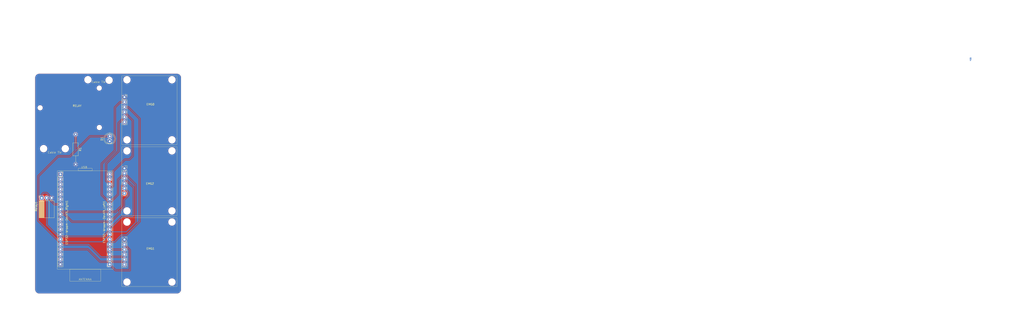
<source format=kicad_pcb>
(kicad_pcb (version 20241229) (generator "pcbnew") (generator_version "9.0")
  (layers (0 "F.Cu" signal) (2 "B.Cu" signal) (13 "F.Paste" user) (15 "B.Paste" user) (5 "F.SilkS" user "F.Silkscreen") (7 "B.SilkS" user "B.Silkscreen") (1 "F.Mask" user) (3 "B.Mask" user) (25 "Edge.Cuts" user))
  (net 0 "")
  (net 1 "/32")
  (net 2 "/3.3V")
  (net 3 "/D3")
  (net 4 "/VP")
  (net 5 "/D2")
  (net 7 "/RX")
  (net 8 "/TX")
  (net 10 "/VN")
  (net 11 "/25")
  (net 12 "/CMS")
  (net 13 "/12")
  (net 14 "/13")
  (net 15 "/24")
  (net 16 "/5V")
  (net 17 "/35")
  (net 18 "/26")
  (net 19 "/27")
  (net 20 "/34")
  (net 21 "/EN")
  (net 22 "/33")
  (net 23 "/16")
  (net 24 "/2")
  (net 25 "/19")
  (net 26 "/5")
  (net 27 "/23")
  (net 28 "/21")
  (net 29 "/CLK")
  (net 30 "/22")
  (net 31 "/D0")
  (net 32 "/D1")
  (net 33 "/17")
  (net 34 "/15")
  (net 35 "/4")
  (net 36 "/18")
  (net 37 "/0")
  (net 38 "GND")
  (footprint "MountingHole:MountingHole_2.2mm_M2" (layer "F.Cu") (at 108 57.75)
    (property "Reference" "REF**" (hide yes))
    (property "Value" "MountingHole_2.2mm_M2")
    (pad "" np_thru_hole circle (at 0 0) (size 2.2 2.2) (drill 2.2) (layers "*.Cu" "*.Mask"))
  )
  (footprint "MountingHole:MountingHole_3mm" (layer "F.Cu") (at 144.924751 84.00652)
    (property "Reference" "REF**" (hide yes))
    (property "Value" "MountHole_3.3mm")
    (pad "" np_thru_hole circle (at 0 0) (size 3.302 3.302) (drill 3.302) (layers "*.Cu" "*.Mask"))
  )
  (footprint "" (layer "F.Cu") (at 113 53.75)
    (property "Reference" "" (at 0 0 0) (layer "F.SilkS") (effects (font (size 1.27 1.27))))
    (property "Value" "")
    (pad "" np_thru_hole circle (at 0 0) (size 3.302 3.302) (drill 3.302) (layers "*.Cu" "*.Mask"))
  )
  (footprint "MountingHole:MountingHole_2.2mm_M2" (layer "F.Cu") (at 78 67.749999)
    (property "Reference" "RELAY" (at 18.75 -0.999999 0) (layer "F.SilkS"))
    (property "Value" "MountingHole_2.2mm_M2")
    (pad "" np_thru_hole circle (at 0 0) (size 2.2 2.2) (drill 2.2) (layers "*.Cu" "*.Mask"))
  )
  (footprint "MountingHole:MountingHole_3mm" (layer "F.Cu") (at 144.924751 120.09652)
    (property "Reference" "REF**" (hide yes))
    (property "Value" "MountHole_3.3mm")
    (pad "" np_thru_hole circle (at 0 0) (size 3.302 3.302) (drill 3.302) (layers "*.Cu" "*.Mask"))
  )
  (footprint "MountingHole:MountingHole_3mm" (layer "F.Cu") (at 144.924751 89.61652)
    (property "Reference" "REF**" (hide yes))
    (property "Value" "MountHole_3.3mm")
    (pad "" np_thru_hole circle (at 0 0) (size 3.302 3.302) (drill 3.302) (layers "*.Cu" "*.Mask"))
  )
  (footprint "MountingHole:MountingHole_3mm" (layer "F.Cu") (at 144.924751 53.52652)
    (property "Reference" "REF**" (hide yes))
    (property "Value" "MountHole_3.3mm")
    (pad "" np_thru_hole circle (at 0 0) (size 3.302 3.302) (drill 3.302) (layers "*.Cu" "*.Mask"))
  )
  (footprint "MountingHole:MountingHole_3mm" (layer "F.Cu") (at 122.064751 156.23652)
    (property "Reference" "REF**" (hide yes))
    (property "Value" "MountHole_3.3mm")
    (pad "" np_thru_hole circle (at 0 0) (size 3.302 3.302) (drill 3.302) (layers "*.Cu" "*.Mask"))
  )
  (footprint "MountingHole:MountingHole_3mm" (layer "F.Cu") (at 122.064751 53.52652)
    (property "Reference" "REF**" (hide yes))
    (property "Value" "MountHole_3.3mm")
    (pad "" np_thru_hole circle (at 0 0) (size 3.302 3.302) (drill 3.302) (layers "*.Cu" "*.Mask"))
  )
  (footprint "MountingHole:MountingHole_3mm" (layer "F.Cu") (at 144.924751 125.75652)
    (property "Reference" "REF**" (hide yes))
    (property "Value" "MountHole_3.3mm")
    (pad "" np_thru_hole circle (at 0 0) (size 3.302 3.302) (drill 3.302) (layers "*.Cu" "*.Mask"))
  )
  (footprint "Connector_PinSocket_2.54mm:PinSocket_1x19_P2.54mm_Vertical" (layer "F.Cu") (at 88.294751 101.51652)
    (property "Reference" "ESP32-Wroom-DevKit_Right1" (at 3.205249 24.48348 270) (layer "F.SilkS"))
    (property "Value" "Conn_01x19_Socket")
    (fp_line (start -1.33 1.27) (end -1.33 47.05) (stroke (width 0.12)) (layer "F.SilkS"))
    (fp_line (start -1.33 1.27) (end 1.33 1.27) (stroke (width 0.12)) (layer "F.SilkS"))
    (fp_line (start -1.33 47.05) (end 1.33 47.05) (stroke (width 0.12)) (layer "F.SilkS"))
    (fp_line (start 0 -1.33) (end 1.33 -1.33) (stroke (width 0.12)) (layer "F.SilkS"))
    (fp_line (start 1.33 -1.33) (end 1.33 0) (stroke (width 0.12)) (layer "F.SilkS"))
    (fp_line (start 1.33 1.27) (end 1.33 47.05) (stroke (width 0.12)) (layer "F.SilkS"))
    (pad "1" thru_hole rect (at 0 0) (size 1.7 1.7) (drill 1) (layers "*.Cu" "*.Mask") (net 29 "/CLK"))
    (pad "2" thru_hole oval (at 0 2.54) (size 1.7 1.7) (drill 1) (layers "*.Cu" "*.Mask") (net 31 "/D0"))
    (pad "3" thru_hole oval (at 0 5.08) (size 1.7 1.7) (drill 1) (layers "*.Cu" "*.Mask") (net 32 "/D1"))
    (pad "4" thru_hole oval (at 0 7.62) (size 1.7 1.7) (drill 1) (layers "*.Cu" "*.Mask") (net 34 "/15"))
    (pad "5" thru_hole oval (at 0 10.16) (size 1.7 1.7) (drill 1) (layers "*.Cu" "*.Mask") (net 24 "/2"))
    (pad "6" thru_hole oval (at 0 12.7) (size 1.7 1.7) (drill 1) (layers "*.Cu" "*.Mask") (net 37 "/0"))
    (pad "7" thru_hole oval (at 0 15.24) (size 1.7 1.7) (drill 1) (layers "*.Cu" "*.Mask") (net 35 "/4"))
    (pad "8" thru_hole oval (at 0 17.78) (size 1.7 1.7) (drill 1) (layers "*.Cu" "*.Mask") (net 23 "/16"))
    (pad "9" thru_hole oval (at 0 20.32) (size 1.7 1.7) (drill 1) (layers "*.Cu" "*.Mask") (net 33 "/17"))
    (pad "10" thru_hole oval (at 0 22.86) (size 1.7 1.7) (drill 1) (layers "*.Cu" "*.Mask") (net 26 "/5"))
    (pad "11" thru_hole oval (at 0 25.4) (size 1.7 1.7) (drill 1) (layers "*.Cu" "*.Mask") (net 36 "/18"))
    (pad "12" thru_hole oval (at 0 27.94) (size 1.7 1.7) (drill 1) (layers "*.Cu" "*.Mask") (net 25 "/19"))
    (pad "13" thru_hole oval (at 0 30.48) (size 1.7 1.7) (drill 1) (layers "*.Cu" "*.Mask") (net 38 "GND"))
    (pad "14" thru_hole oval (at 0 33.02) (size 1.7 1.7) (drill 1) (layers "*.Cu" "*.Mask") (net 28 "/21"))
    (pad "15" thru_hole oval (at 0 35.56) (size 1.7 1.7) (drill 1) (layers "*.Cu" "*.Mask") (net 7 "/RX"))
    (pad "16" thru_hole oval (at 0 38.1) (size 1.7 1.7) (drill 1) (layers "*.Cu" "*.Mask") (net 8 "/TX"))
    (pad "17" thru_hole oval (at 0 40.64) (size 1.7 1.7) (drill 1) (layers "*.Cu" "*.Mask") (net 30 "/22"))
    (pad "18" thru_hole oval (at 0 43.18) (size 1.7 1.7) (drill 1) (layers "*.Cu" "*.Mask") (net 27 "/23"))
    (pad "19" thru_hole oval (at 0 45.72) (size 1.7 1.7) (drill 1) (layers "*.Cu" "*.Mask") (net 38 "GND"))
  )
  (footprint "MountingHole:MountingHole_3mm" (layer "F.Cu") (at 122.064751 84.00652)
    (property "Reference" "REF**" (hide yes))
    (property "Value" "MountHole_3.3mm")
    (pad "" np_thru_hole circle (at 0 0) (size 3.302 3.302) (drill 3.302) (layers "*.Cu" "*.Mask"))
  )
  (footprint "" (layer "F.Cu") (at 102.25 53.5)
    (property "Reference" "" (at 0 0 0) (layer "F.SilkS") (effects (font (size 1.27 1.27))))
    (property "Value" "")
    (pad "" np_thru_hole circle (at 0 0) (size 3.302 3.302) (drill 3.302) (layers "*.Cu" "*.Mask"))
  )
  (footprint "Connector_PinSocket_2.54mm:PinSocket_1x06_P2.54mm_Vertical" (layer "F.Cu") (at 120.794751 62.34732)
    (property "Reference" "EMG0" (at 13.205249 3.65268 0) (layer "F.SilkS"))
    (property "Value" "Conn_01x06_Socket" (hide yes))
    (fp_line (start -1.33 1.27) (end -1.33 14.03) (stroke (width 0.12)) (layer "F.SilkS"))
    (fp_line (start -1.33 1.27) (end 1.33 1.27) (stroke (width 0.12)) (layer "F.SilkS"))
    (fp_line (start -1.33 14.03) (end 1.33 14.03) (stroke (width 0.12)) (layer "F.SilkS"))
    (fp_line (start 0 -1.33) (end 1.33 -1.33) (stroke (width 0.12)) (layer "F.SilkS"))
    (fp_line (start 1.33 -1.33) (end 1.33 0) (stroke (width 0.12)) (layer "F.SilkS"))
    (fp_line (start 1.33 1.27) (end 1.33 14.03) (stroke (width 0.12)) (layer "F.SilkS"))
    (pad "1" thru_hole rect (at 0 0) (size 1.7 1.7) (drill 1) (layers "*.Cu" "*.Mask") (net 38 "GND"))
    (pad "2" thru_hole oval (at 0 2.54) (size 1.7 1.7) (drill 1) (layers "*.Cu" "*.Mask") (net 2 "/3.3V"))
    (pad "3" thru_hole oval (at 0 5.08) (size 1.7 1.7) (drill 1) (layers "*.Cu" "*.Mask") (net 4 "/VP"))
    (pad "4" thru_hole oval (at 0 7.62) (size 1.7 1.7) (drill 1) (layers "*.Cu" "*.Mask") (net 5 "/D2"))
    (pad "5" thru_hole oval (at 0 10.16) (size 1.7 1.7) (drill 1) (layers "*.Cu" "*.Mask") (net 3 "/D3"))
    (pad "6" thru_hole oval (at 0 12.7) (size 1.7 1.7) (drill 1) (layers "*.Cu" "*.Mask"))
  )
  (footprint "Resistor_THT:R_Axial_DIN0207_L6.3mm_D2.5mm_P15.24mm_Horizontal" (layer "F.Cu") (at 96 81.25 -90)
    (property "Reference" "R1" (at 7.62 -2.37 90) (layer "F.SilkS"))
    (property "Value" "R")
    (fp_line (start 4.35 1.37) (end 10.89 1.37) (stroke (width 0.12)) (layer "F.SilkS"))
    (fp_line (start 10.89 1.37) (end 10.89 -1.37) (stroke (width 0.12)) (layer "F.SilkS"))
    (fp_line (start 1.04 0) (end 4.35 0) (stroke (width 0.12)) (layer "F.SilkS"))
    (fp_line (start 14.2 0) (end 10.89 0) (stroke (width 0.12)) (layer "F.SilkS"))
    (fp_line (start 4.35 -1.37) (end 4.35 1.37) (stroke (width 0.12)) (layer "F.SilkS"))
    (fp_line (start 10.89 -1.37) (end 4.35 -1.37) (stroke (width 0.12)) (layer "F.SilkS"))
    (pad "1" thru_hole circle (at 0 0 270) (size 1.6 1.6) (drill 0.8) (layers "*.Cu" "*.Mask") (net 1 "/32"))
    (pad "2" thru_hole oval (at 15.24 0 270) (size 1.6 1.6) (drill 0.8) (layers "*.Cu" "*.Mask") (net 38 "GND"))
  )
  (footprint "MountingHole:MountingHole_2.2mm_M2" (layer "F.Cu") (at 108.044751 77.75652)
    (property "Reference" "REF**" (hide yes))
    (property "Value" "MountingHole_2.2mm_M2")
    (pad "" np_thru_hole circle (at 0 0) (size 2.2 2.2) (drill 2.2) (layers "*.Cu" "*.Mask"))
  )
  (footprint "Connector_PinSocket_2.54mm:PinSocket_1x03_P2.54mm_Horizontal" (layer "F.Cu") (at 78.75 113.5 90)
    (property "Reference" "Relay1" (at -4.38 -2.77 90) (layer "F.SilkS"))
    (property "Value" "Conn_01x03_Pin")
    (fp_line (start 1.11 -1.33) (end 1.11 0) (stroke (width 0.12)) (layer "F.SilkS"))
    (fp_line (start 0 -1.33) (end 1.11 -1.33) (stroke (width 0.12)) (layer "F.SilkS"))
    (fp_line (start -1.46 -1.33) (end -1.46 6.41) (stroke (width 0.12)) (layer "F.SilkS"))
    (fp_line (start -10.09 -1.33) (end -1.46 -1.33) (stroke (width 0.12)) (layer "F.SilkS"))
    (fp_line (start -10.09 -1.33) (end -10.09 6.41) (stroke (width 0.12)) (layer "F.SilkS"))
    (fp_line (start -10.09 -1.21) (end -1.46 -1.21) (stroke (width 0.12)) (layer "F.SilkS"))
    (fp_line (start -10.09 -1.091905) (end -1.46 -1.091905) (stroke (width 0.12)) (layer "F.SilkS"))
    (fp_line (start -10.09 -0.97381) (end -1.46 -0.97381) (stroke (width 0.12)) (layer "F.SilkS"))
    (fp_line (start -10.09 -0.855715) (end -1.46 -0.855715) (stroke (width 0.12)) (layer "F.SilkS"))
    (fp_line (start -10.09 -0.73762) (end -1.46 -0.73762) (stroke (width 0.12)) (layer "F.SilkS"))
    (fp_line (start -10.09 -0.619525) (end -1.46 -0.619525) (stroke (width 0.12)) (layer "F.SilkS"))
    (fp_line (start -10.09 -0.50143) (end -1.46 -0.50143) (stroke (width 0.12)) (layer "F.SilkS"))
    (fp_line (start -10.09 -0.383335) (end -1.46 -0.383335) (stroke (width 0.12)) (layer "F.SilkS"))
    (fp_line (start -1.46 -0.36) (end -1.11 -0.36) (stroke (width 0.12)) (layer "F.SilkS"))
    (fp_line (start -10.09 -0.26524) (end -1.46 -0.26524) (stroke (width 0.12)) (layer "F.SilkS"))
    (fp_line (start -10.09 -0.147145) (end -1.46 -0.147145) (stroke (width 0.12)) (layer "F.SilkS"))
    (fp_line (start -10.09 -0.02905) (end -1.46 -0.02905) (stroke (width 0.12)) (layer "F.SilkS"))
    (fp_line (start -10.09 0.089045) (end -1.46 0.089045) (stroke (width 0.12)) (layer "F.SilkS"))
    (fp_line (start -10.09 0.20714) (end -1.46 0.20714) (stroke (width 0.12)) (layer "F.SilkS"))
    (fp_line (start -10.09 0.325235) (end -1.46 0.325235) (stroke (width 0.12)) (layer "F.SilkS"))
    (fp_line (start -1.46 0.36) (end -1.11 0.36) (stroke (width 0.12)) (layer "F.SilkS"))
    (fp_line (start -10.09 0.44333) (end -1.46 0.44333) (stroke (width 0.12)) (layer "F.SilkS"))
    (fp_line (start -10.09 0.561425) (end -1.46 0.561425) (stroke (width 0.12)) (layer "F.SilkS"))
    (fp_line (start -10.09 0.67952) (end -1.46 0.67952) (stroke (width 0.12)) (layer "F.SilkS"))
    (fp_line (start -10.09 0.797615) (end -1.46 0.797615) (stroke (width 0.12)) (layer "F.SilkS"))
    (fp_line (start -10.09 0.91571) (end -1.46 0.91571) (stroke (width 0.12)) (layer "F.SilkS"))
    (fp_line (start -10.09 1.033805) (end -1.46 1.033805) (stroke (width 0.12)) (layer "F.SilkS"))
    (fp_line (start -10.09 1.1519) (end -1.46 1.1519) (stroke (width 0.12)) (layer "F.SilkS"))
    (fp_line (start -10.09 1.27) (end -1.46 1.27) (stroke (width 0.12)) (layer "F.SilkS"))
    (fp_line (start -1.46 2.18) (end -1.05 2.18) (stroke (width 0.12)) (layer "F.SilkS"))
    (fp_line (start -1.46 2.9) (end -1.05 2.9) (stroke (width 0.12)) (layer "F.SilkS"))
    (fp_line (start -10.09 3.81) (end -1.46 3.81) (stroke (width 0.12)) (layer "F.SilkS"))
    (fp_line (start -1.46 4.72) (end -1.05 4.72) (stroke (width 0.12)) (layer "F.SilkS"))
    (fp_line (start -1.46 5.44) (end -1.05 5.44) (stroke (width 0.12)) (layer "F.SilkS"))
    (fp_line (start -10.09 6.41) (end -1.46 6.41) (stroke (width 0.12)) (layer "F.SilkS"))
    (pad "1" thru_hole rect (at 0 0 90) (size 1.7 1.7) (drill 1) (layers "*.Cu" "*.Mask") (net 35 "/4"))
    (pad "2" thru_hole oval (at 0 2.54 90) (size 1.7 1.7) (drill 1) (layers "*.Cu" "*.Mask") (net 2 "/3.3V"))
    (pad "3" thru_hole oval (at 0 5.08 90) (size 1.7 1.7) (drill 1) (layers "*.Cu" "*.Mask") (net 38 "GND"))
  )
  (footprint "Connector_PinSocket_2.54mm:PinSocket_1x06_P2.54mm_Vertical" (layer "F.Cu") (at 120.794751 98.50652)
    (property "Reference" "EMG2" (at 12.955249 7.74348 0) (layer "F.SilkS"))
    (property "Value" "Conn_01x06_Socket")
    (fp_line (start -1.33 1.27) (end -1.33 14.03) (stroke (width 0.12)) (layer "F.SilkS"))
    (fp_line (start -1.33 1.27) (end 1.33 1.27) (stroke (width 0.12)) (layer "F.SilkS"))
    (fp_line (start -1.33 14.03) (end 1.33 14.03) (stroke (width 0.12)) (layer "F.SilkS"))
    (fp_line (start 0 -1.33) (end 1.33 -1.33) (stroke (width 0.12)) (layer "F.SilkS"))
    (fp_line (start 1.33 -1.33) (end 1.33 0) (stroke (width 0.12)) (layer "F.SilkS"))
    (fp_line (start 1.33 1.27) (end 1.33 14.03) (stroke (width 0.12)) (layer "F.SilkS"))
    (pad "1" thru_hole rect (at 0 0) (size 1.7 1.7) (drill 1) (layers "*.Cu" "*.Mask") (net 38 "GND"))
    (pad "2" thru_hole oval (at 0 2.54) (size 1.7 1.7) (drill 1) (layers "*.Cu" "*.Mask") (net 2 "/3.3V"))
    (pad "3" thru_hole oval (at 0 5.08) (size 1.7 1.7) (drill 1) (layers "*.Cu" "*.Mask") (net 22 "/33"))
    (pad "4" thru_hole oval (at 0 7.62) (size 1.7 1.7) (drill 1) (layers "*.Cu" "*.Mask") (net 23 "/16"))
    (pad "5" thru_hole oval (at 0 10.16) (size 1.7 1.7) (drill 1) (layers "*.Cu" "*.Mask") (net 33 "/17"))
    (pad "6" thru_hole oval (at 0 12.7) (size 1.7 1.7) (drill 1) (layers "*.Cu" "*.Mask"))
  )
  (footprint "Connector_PinSocket_2.54mm:PinSocket_1x06_P2.54mm_Vertical" (layer "F.Cu") (at 120.794751 134.64652)
    (property "Reference" "EMG1" (at 13.205249 4.60348 0) (layer "F.SilkS"))
    (property "Value" "Conn_01x06_Socket" (hide yes))
    (fp_line (start -1.33 1.27) (end -1.33 14.03) (stroke (width 0.12)) (layer "F.SilkS"))
    (fp_line (start -1.33 1.27) (end 1.33 1.27) (stroke (width 0.12)) (layer "F.SilkS"))
    (fp_line (start -1.33 14.03) (end 1.33 14.03) (stroke (width 0.12)) (layer "F.SilkS"))
    (fp_line (start 0 -1.33) (end 1.33 -1.33) (stroke (width 0.12)) (layer "F.SilkS"))
    (fp_line (start 1.33 -1.33) (end 1.33 0) (stroke (width 0.12)) (layer "F.SilkS"))
    (fp_line (start 1.33 1.27) (end 1.33 14.03) (stroke (width 0.12)) (layer "F.SilkS"))
    (pad "1" thru_hole rect (at 0 0) (size 1.7 1.7) (drill 1) (layers "*.Cu" "*.Mask") (net 38 "GND"))
    (pad "2" thru_hole oval (at 0 2.54) (size 1.7 1.7) (drill 1) (layers "*.Cu" "*.Mask") (net 2 "/3.3V"))
    (pad "3" thru_hole oval (at 0 5.08) (size 1.7 1.7) (drill 1) (layers "*.Cu" "*.Mask") (net 10 "/VN"))
    (pad "4" thru_hole oval (at 0 7.62) (size 1.7 1.7) (drill 1) (layers "*.Cu" "*.Mask") (net 7 "/RX"))
    (pad "5" thru_hole oval (at 0 10.16) (size 1.7 1.7) (drill 1) (layers "*.Cu" "*.Mask") (net 8 "/TX"))
    (pad "6" thru_hole oval (at 0 12.7) (size 1.7 1.7) (drill 1) (layers "*.Cu" "*.Mask"))
  )
  (footprint "" (layer "F.Cu") (at 90.75 88.5)
    (property "Reference" "" (at 0 0 0) (layer "F.SilkS") (effects (font (size 1.27 1.27))))
    (property "Value" "")
    (pad "" np_thru_hole circle (at 0 0) (size 3.302 3.302) (drill 3.302) (layers "*.Cu" "*.Mask"))
  )
  (footprint "LED_THT:LED_D5.0mm" (layer "F.Cu") (at 113.294751 84.75652 90)
    (property "Reference" "D1" (at 1.27 -3.96 270) (layer "F.SilkS"))
    (property "Value" "LED")
    (fp_line (start -1.29 -1.545) (end -1.29 1.545) (stroke (width 0.12)) (layer "F.SilkS"))
    (fp_arc (start -1.29 -1.54483) (mid 2.072002 -2.880433) (end 4.26 0.000462) (stroke (width 0.12)) (layer "F.SilkS"))
    (fp_arc (start 4.26 -0.000462) (mid 2.072002 2.880433) (end -1.29 1.54483) (stroke (width 0.12)) (layer "F.SilkS"))
    (fp_circle (center 1.27 0) (end 3.77 0) (stroke (width 0.12)) (fill no) (layer "F.SilkS"))
    (pad "1" thru_hole rect (at 0 0 90) (size 1.8 1.8) (drill 0.9) (layers "*.Cu" "*.Mask") (net 38 "GND"))
    (pad "2" thru_hole circle (at 2.54 0 90) (size 1.8 1.8) (drill 0.9) (layers "*.Cu" "*.Mask") (net 1 "/32"))
  )
  (footprint "MountingHole:MountingHole_3mm" (layer "F.Cu") (at 144.924751 156.23652)
    (property "Reference" "REF**" (hide yes))
    (property "Value" "MountHole_3.3mm")
    (pad "" np_thru_hole circle (at 0 0) (size 3.302 3.302) (drill 3.302) (layers "*.Cu" "*.Mask"))
  )
  (footprint "MountingHole:MountingHole_3mm" (layer "F.Cu") (at 122.064751 120.09652)
    (property "Reference" "REF**" (hide yes))
    (property "Value" "MountHole_3.3mm")
    (pad "" np_thru_hole circle (at 0 0) (size 3.302 3.302) (drill 3.302) (layers "*.Cu" "*.Mask"))
  )
  (footprint "MountingHole:MountingHole_3mm" (layer "F.Cu") (at 122.064751 89.61652)
    (property "Reference" "REF**" (hide yes))
    (property "Value" "MountHole_3.3mm")
    (pad "" np_thru_hole circle (at 0 0) (size 3.302 3.302) (drill 3.302) (layers "*.Cu" "*.Mask"))
  )
  (footprint "Connector_PinSocket_2.54mm:PinSocket_1x19_P2.54mm_Vertical" (layer "F.Cu") (at 113.294751 147.23652 180)
    (property "Reference" "ESP32-Wroom-DevKit_Left1" (at 2.794751 21.48652 270) (layer "F.SilkS"))
    (property "Value" "Conn_01x19_Socket")
    (fp_line (start 1.33 1.27) (end 1.33 47.05) (stroke (width 0.12)) (layer "F.SilkS"))
    (fp_line (start 1.33 -1.33) (end 1.33 0) (stroke (width 0.12)) (layer "F.SilkS"))
    (fp_line (start 0 -1.33) (end 1.33 -1.33) (stroke (width 0.12)) (layer "F.SilkS"))
    (fp_line (start -1.33 47.05) (end 1.33 47.05) (stroke (width 0.12)) (layer "F.SilkS"))
    (fp_line (start -1.33 1.27) (end 1.33 1.27) (stroke (width 0.12)) (layer "F.SilkS"))
    (fp_line (start -1.33 1.27) (end -1.33 47.05) (stroke (width 0.12)) (layer "F.SilkS"))
    (pad "1" thru_hole rect (at 0 0 180) (size 1.7 1.7) (drill 1) (layers "*.Cu" "*.Mask") (net 2 "/3.3V"))
    (pad "2" thru_hole oval (at 0 2.54 180) (size 1.7 1.7) (drill 1) (layers "*.Cu" "*.Mask") (net 21 "/EN"))
    (pad "3" thru_hole oval (at 0 5.08 180) (size 1.7 1.7) (drill 1) (layers "*.Cu" "*.Mask") (net 4 "/VP"))
    (pad "4" thru_hole oval (at 0 7.62 180) (size 1.7 1.7) (drill 1) (layers "*.Cu" "*.Mask") (net 10 "/VN"))
    (pad "5" thru_hole oval (at 0 10.16 180) (size 1.7 1.7) (drill 1) (layers "*.Cu" "*.Mask") (net 20 "/34"))
    (pad "6" thru_hole oval (at 0 12.7 180) (size 1.7 1.7) (drill 1) (layers "*.Cu" "*.Mask") (net 17 "/35"))
    (pad "7" thru_hole oval (at 0 15.24 180) (size 1.7 1.7) (drill 1) (layers "*.Cu" "*.Mask") (net 1 "/32"))
    (pad "8" thru_hole oval (at 0 17.78 180) (size 1.7 1.7) (drill 1) (layers "*.Cu" "*.Mask") (net 22 "/33"))
    (pad "9" thru_hole oval (at 0 20.32 180) (size 1.7 1.7) (drill 1) (layers "*.Cu" "*.Mask") (net 11 "/25"))
    (pad "10" thru_hole oval (at 0 22.86 180) (size 1.7 1.7) (drill 1) (layers "*.Cu" "*.Mask") (net 18 "/26"))
    (pad "11" thru_hole oval (at 0 25.4 180) (size 1.7 1.7) (drill 1) (layers "*.Cu" "*.Mask") (net 19 "/27"))
    (pad "12" thru_hole oval (at 0 27.94 180) (size 1.7 1.7) (drill 1) (layers "*.Cu" "*.Mask") (net 15 "/24"))
    (pad "13" thru_hole oval (at 0 30.48 180) (size 1.7 1.7) (drill 1) (layers "*.Cu" "*.Mask") (net 13 "/12"))
    (pad "14" thru_hole oval (at 0 33.02 180) (size 1.7 1.7) (drill 1) (layers "*.Cu" "*.Mask") (net 38 "GND"))
    (pad "15" thru_hole oval (at 0 35.56 180) (size 1.7 1.7) (drill 1) (layers "*.Cu" "*.Mask") (net 14 "/13"))
    (pad "16" thru_hole oval (at 0 38.1 180) (size 1.7 1.7) (drill 1) (layers "*.Cu" "*.Mask") (net 5 "/D2"))
    (pad "17" thru_hole oval (at 0 40.64 180) (size 1.7 1.7) (drill 1) (layers "*.Cu" "*.Mask") (net 3 "/D3"))
    (pad "18" thru_hole oval (at 0 43.18 180) (size 1.7 1.7) (drill 1) (layers "*.Cu" "*.Mask") (net 12 "/CMS"))
    (pad "19" thru_hole oval (at 0 45.72 180) (size 1.7 1.7) (drill 1) (layers "*.Cu" "*.Mask") (net 16 "/5V"))
  )
  (footprint "MountingHole:MountingHole_3mm" (layer "F.Cu") (at 122.064751 125.75652)
    (property "Reference" "REF**" (hide yes))
    (property "Value" "MountHole_3.3mm")
    (pad "" np_thru_hole circle (at 0 0) (size 3.302 3.302) (drill 3.302) (layers "*.Cu" "*.Mask"))
  )
  (footprint "" (layer "F.Cu") (at 79.75 88.5)
    (property "Reference" "" (at 0 0 0) (layer "F.SilkS") (effects (font (size 1.27 1.27))))
    (property "Value" "")
    (pad "" np_thru_hole circle (at 0 0) (size 3.302 3.302) (drill 3.302) (layers "*.Cu" "*.Mask"))
  )
  (gr_rect (start 97.375 98.5) (end 104.375 99.75) (stroke (width 0.1)) (fill no) (layer "F.SilkS"))
  (gr_rect (start 86.75 99.75) (end 115 149.75) (stroke (width 0.1)) (fill no) (layer "F.SilkS"))
  (gr_rect (start 93 149.75) (end 108.75 155.75) (stroke (width 0.1)) (fill no) (layer "F.SilkS"))
  (gr_rect (start 119.5 51.5) (end 147.5 86.5) (stroke (width 0.1)) (fill no) (layer "F.SilkS"))
  (gr_rect (start 119.5 87.5) (end 147.5 122.5) (stroke (width 0.1)) (fill no) (layer "F.SilkS"))
  (gr_rect (start 119.5 123.5) (end 147.5 158.5) (stroke (width 0.1)) (fill no) (layer "F.SilkS"))
  (gr_line (start 147.5 162.5) (end 77.5 162.5) (stroke (width 0.05)) (layer "Edge.Cuts"))
  (gr_arc (start 77.5 162.5) (mid 75.732233 161.767767) (end 75 160) (stroke (width 0.05)) (layer "Edge.Cuts"))
  (gr_line (start 75 160) (end 75 52.5) (stroke (width 0.05)) (layer "Edge.Cuts"))
  (gr_line (start 77.5 50) (end 147.5 50) (stroke (width 0.05)) (layer "Edge.Cuts"))
  (gr_arc (start 147.5 50) (mid 149.267767 50.732233) (end 150 52.5) (stroke (width 0.05)) (layer "Edge.Cuts"))
  (gr_arc (start 150 160) (mid 149.267767 161.767767) (end 147.5 162.5) (stroke (width 0.05)) (layer "Edge.Cuts"))
  (gr_line (start 150 52.5) (end 150 160) (stroke (width 0.05)) (layer "Edge.Cuts"))
  (gr_arc (start 75 52.5) (mid 75.732233 50.732233) (end 77.5 50) (stroke (width 0.05)) (layer "Edge.Cuts"))
  (gr_text "v10" (at 550.428551 44.10852 -90) (layer "B.Cu") (effects (font (size 0.65024 0.65024) (thickness 0.16256)) (justify left mirror)))
  (gr_text "USB" (at 98.75 98.5 0) (layer "F.SilkS") (effects (font (size 1 1) (thickness 0.1)) (justify left bottom)))
  (gr_text "Cable Tie" (at 81.75 91 0) (layer "F.SilkS") (effects (font (size 1 1) (thickness 0.1)) (justify left bottom)))
  (gr_text "ANTENNA" (at 97.5 155.5 0) (layer "F.SilkS") (effects (font (size 1 1) (thickness 0.1)) (justify left bottom)))
  (gr_text "Cable Tie" (at 104 55.25 0) (layer "F.SilkS") (effects (font (size 1 1) (thickness 0.1)) (justify left bottom)))
  (segment (start 77 125.009536) (end 87.776984 135.78652) (width 0.4) (layer "B.Cu") (net 1))
  (segment (start 96 89.5) (end 93.11348 92.38652) (width 0.4) (layer "B.Cu") (net 1))
  (segment (start 77 102.5) (end 77 125.009536) (width 0.4) (layer "B.Cu") (net 1))
  (segment (start 96 81.25) (end 96 89.5) (width 0.4) (layer "B.Cu") (net 1))
  (segment (start 109.504751 135.78652) (end 113.294751 131.99652) (width 0.4) (layer "B.Cu") (net 1))
  (segment (start 113.294751 82.21652) (end 103.28348 82.21652) (width 0.4) (layer "B.Cu") (net 1))
  (segment (start 103.28348 82.21652) (end 96 89.5) (width 0.4) (layer "B.Cu") (net 1))
  (segment (start 87.776984 135.78652) (end 109.504751 135.78652) (width 0.4) (layer "B.Cu") (net 1))
  (segment (start 87.11348 92.38652) (end 77 102.5) (width 0.4) (layer "B.Cu") (net 1))
  (segment (start 93.11348 92.38652) (end 87.11348 92.38652) (width 0.4) (layer "B.Cu") (net 1))
  (segment (start 87.814569 123.12552) (end 81.29 116.600951) (width 0.4) (layer "F.Cu") (net 2))
  (segment (start 89.183751 123.12552) (end 87.814569 123.12552) (width 0.4) (layer "F.Cu") (net 2))
  (segment (start 113.294751 147.23652) (end 89.183751 123.12552) (width 0.4) (layer "F.Cu") (net 2))
  (segment (start 81.29 116.600951) (end 81.29 113.5) (width 0.4) (layer "F.Cu") (net 2))
  (segment (start 123.544751 139.93652) (end 120.794751 137.18652) (width 0.4) (layer "B.Cu") (net 2))
  (segment (start 87.25 133.25) (end 81.375 127.375) (width 0.4) (layer "B.Cu") (net 2))
  (segment (start 114.654751 148.61652) (end 116.294751 150.25652) (width 0.4) (layer "B.Cu") (net 2))
  (segment (start 118.61268 64.88732) (end 120.794751 64.88732) (width 0.4) (layer "B.Cu") (net 2))
  (segment (start 112.754751 115.46652) (end 111.444751 114.15652) (width 0.4) (layer "B.Cu") (net 2))
  (segment (start 109.25 96.151271) (end 111.444751 93.95652) (width 0.4) (layer "B.Cu") (net 2))
  (segment (start 117.544751 104.25652) (end 117.544751 111.774287) (width 0.4) (layer "B.Cu") (net 2))
  (segment (start 111.444751 93.95652) (end 115.700636 89.700636) (width 0.4) (layer "B.Cu") (net 2))
  (segment (start 114.654751 148.59652) (end 114.654751 148.61652) (width 0.4) (layer "B.Cu") (net 2))
  (segment (start 126.5 126) (end 121.79348 130.70652) (width 0.4) (layer "B.Cu") (net 2))
  (segment (start 111.40652 114.15652) (end 109.25 112) (width 0.4) (layer "B.Cu") (net 2))
  (segment (start 81.29 127.29) (end 81.375 127.375) (width 0.4) (layer "B.Cu") (net 2))
  (segment (start 110.00348 133.24652) (end 87.25348 133.24652) (width 0.4) (layer "B.Cu") (net 2))
  (segment (start 113.294751 147.23652) (end 114.654751 148.59652) (width 0.4) (layer "B.Cu") (net 2))
  (segment (start 115.950636 89.450636) (end 115.950636 67.549364) (width 0.4) (layer "B.Cu") (net 2))
  (segment (start 120.794751 101.04652) (end 126.5 106.751769) (width 0.4) (layer "B.Cu") (net 2))
  (segment (start 115.950636 67.549364) (end 118.61268 64.88732) (width 0.4) (layer "B.Cu") (net 2))
  (segment (start 111.444751 114.15652) (end 111.40652 114.15652) (width 0.4) (layer "B.Cu") (net 2))
  (segment (start 123.544751 150.25652) (end 123.544751 139.93652) (width 0.4) (layer "B.Cu") (net 2))
  (segment (start 115.700636 89.700636) (end 115.950636 89.450636) (width 0.4) (layer "B.Cu") (net 2))
  (segment (start 126.5 106.751769) (end 126.5 126) (width 0.4) (layer "B.Cu") (net 2))
  (segment (start 87.25348 133.24652) (end 87.25 133.25) (width 0.4) (layer "B.Cu") (net 2))
  (segment (start 121.79348 130.70652) (end 112.54348 130.70652) (width 0.4) (layer "B.Cu") (net 2))
  (segment (start 113.852518 115.46652) (end 112.754751 115.46652) (width 0.4) (layer "B.Cu") (net 2))
  (segment (start 116.294751 150.25652) (end 123.544751 150.25652) (width 0.4) (layer "B.Cu") (net 2))
  (segment (start 120.794751 101.04652) (end 117.584751 104.25652) (width 0.4) (layer "B.Cu") (net 2))
  (segment (start 109.25 112) (end 109.25 96.151271) (width 0.4) (layer "B.Cu") (net 2))
  (segment (start 117.584751 104.25652) (end 117.544751 104.25652) (width 0.4) (layer "B.Cu") (net 2))
  (segment (start 117.544751 111.774287) (end 113.852518 115.46652) (width 0.4) (layer "B.Cu") (net 2))
  (segment (start 112.54348 130.70652) (end 110.00348 133.24652) (width 0.4) (layer "B.Cu") (net 2))
  (segment (start 81.29 113.5) (end 81.29 127.29) (width 0.4) (layer "B.Cu") (net 2))
  (segment (start 117.775636 89.775636) (end 117.775636 75.526435) (width 0.4) (layer "B.Cu") (net 3))
  (segment (start 117.775636 75.526435) (end 120.794751 72.50732) (width 0.4) (layer "B.Cu") (net 3))
  (segment (start 111.5 104.75) (end 111.5 96.051271) (width 0.4) (layer "B.Cu") (net 3))
  (segment (start 112.044751 105.294751) (end 111.5 104.75) (width 0.4) (layer "B.Cu") (net 3))
  (segment (start 117.650636 89.900636) (end 117.775636 89.775636) (width 0.4) (layer "B.Cu") (net 3))
  (segment (start 112.044751 105.34652) (end 112.044751 105.294751) (width 0.4) (layer "B.Cu") (net 3))
  (segment (start 113.294751 106.59652) (end 112.044751 105.34652) (width 0.4) (layer "B.Cu") (net 3))
  (segment (start 112.044751 95.50652) (end 117.650636 89.900636) (width 0.4) (layer "B.Cu") (net 3))
  (segment (start 111.5 96.051271) (end 112.044751 95.50652) (width 0.4) (layer "B.Cu") (net 3))
  (segment (start 119.25 132.25) (end 115.71348 135.78652) (width 0.4) (layer "B.Cu") (net 4))
  (segment (start 115.71348 135.78652) (end 115.5 135.78652) (width 0.4) (layer "B.Cu") (net 4))
  (segment (start 115.5 135.78652) (end 115.764751 135.78652) (width 0.4) (layer "B.Cu") (net 4))
  (segment (start 121.75 132.25) (end 119.25 132.25) (width 0.4) (layer "B.Cu") (net 4))
  (segment (start 112.044751 140.90652) (end 112.044751 136.50652) (width 0.4) (layer "B.Cu") (net 4))
  (segment (start 120.794751 67.42732) (end 122.67732 67.42732) (width 0.4) (layer "B.Cu") (net 4))
  (segment (start 122.67732 67.42732) (end 128.5 73.25) (width 0.4) (layer "B.Cu") (net 4))
  (segment (start 112.044751 136.50652) (end 112.764751 135.78652) (width 0.4) (layer "B.Cu") (net 4))
  (segment (start 128.5 125.5) (end 121.75 132.25) (width 0.4) (layer "B.Cu") (net 4))
  (segment (start 113.294751 142.15652) (end 112.044751 140.90652) (width 0.4) (layer "B.Cu") (net 4))
  (segment (start 128.5 73.25) (end 128.5 125.5) (width 0.4) (layer "B.Cu") (net 4))
  (segment (start 112.764751 135.78652) (end 115.5 135.78652) (width 0.4) (layer "B.Cu") (net 4))
  (segment (start 115.025635 106.474365) (end 115.025635 100.025635) (width 0.4) (layer "B.Cu") (net 5))
  (segment (start 121.044751 94.00652) (end 115.025635 100.025635) (width 0.4) (layer "B.Cu") (net 5))
  (segment (start 125.044751 74.21732) (end 125.044751 92.25652) (width 0.4) (layer "B.Cu") (net 5))
  (segment (start 114.544751 107.88652) (end 113.294751 109.13652) (width 0.4) (layer "B.Cu") (net 5))
  (segment (start 115 106.5) (end 115.025635 106.474365) (width 0.4) (layer "B.Cu") (net 5))
  (segment (start 114.544751 107.88652) (end 114.61348 107.88652) (width 0.4) (layer "B.Cu") (net 5))
  (segment (start 114.61348 107.88652) (end 115 107.5) (width 0.4) (layer "B.Cu") (net 5))
  (segment (start 115 107.5) (end 115 106.5) (width 0.4) (layer "B.Cu") (net 5))
  (segment (start 125.044751 92.25652) (end 123.294751 94.00652) (width 0.4) (layer "B.Cu") (net 5))
  (segment (start 123.294751 94.00652) (end 121.044751 94.00652) (width 0.4) (layer "B.Cu") (net 5))
  (segment (start 120.794751 69.96732) (end 125.044751 74.21732) (width 0.4) (layer "B.Cu") (net 5))
  (segment (start 119.654751 143.40652) (end 108.944751 143.40652) (width 0.4) (layer "B.Cu") (net 7))
  (segment (start 120.794751 142.26652) (end 119.654751 143.40652) (width 0.4) (layer "B.Cu") (net 7))
  (segment (start 108.944751 143.40652) (end 102.614751 137.07652) (width 0.4) (layer "B.Cu") (net 7))
  (segment (start 102.614751 137.07652) (end 88.294751 137.07652) (width 0.4) (layer "B.Cu") (net 7))
  (segment (start 119.654751 145.94652) (end 108.484751 145.94652) (width 0.4) (layer "B.Cu") (net 8))
  (segment (start 120.794751 144.80652) (end 119.654751 145.94652) (width 0.4) (layer "B.Cu") (net 8))
  (segment (start 102.154751 139.61652) (end 88.294751 139.61652) (width 0.4) (layer "B.Cu") (net 8))
  (segment (start 108.484751 145.94652) (end 102.154751 139.61652) (width 0.4) (layer "B.Cu") (net 8))
  (segment (start 120.794751 139.72652) (end 113.404751 139.72652) (width 0.4) (layer "B.Cu") (net 10))
  (segment (start 113.404751 139.72652) (end 113.294751 139.61652) (width 0.4) (layer "B.Cu") (net 10))
  (segment (start 123.979116 106.770884) (end 124.059116 106.770884) (width 0.4) (layer "B.Cu") (net 22))
  (segment (start 119.095751 123.65552) (end 113.294751 129.45652) (width 0.4) (layer "B.Cu") (net 22))
  (segment (start 124.794751 123.00652) (end 125.544751 122.25652) (width 0.4) (layer "B.Cu") (net 22))
  (segment (start 119.095751 123.65552) (end 119.145751 123.65552) (width 0.4) (layer "B.Cu") (net 22))
  (segment (start 120.794751 103.58652) (end 123.854116 106.645884) (width 0.4) (layer "B.Cu") (net 22))
  (segment (start 119.794751 123.00652) (end 124.794751 123.00652) (width 0.4) (layer "B.Cu") (net 22))
  (segment (start 119.145751 123.65552) (end 119.794751 123.00652) (width 0.4) (layer "B.Cu") (net 22))
  (segment (start 124.059116 106.770884) (end 125.394116 108.105884) (width 0.4) (layer "B.Cu") (net 22))
  (segment (start 125.544751 122.25652) (end 125.544751 108.25652) (width 0.4) (layer "B.Cu") (net 22))
  (segment (start 125.544751 108.25652) (end 125.394116 108.105884) (width 0.4) (layer "B.Cu") (net 22))
  (segment (start 123.854116 106.645884) (end 123.979116 106.770884) (width 0.4) (layer "B.Cu") (net 22))
  (segment (start 116.352518 120.58652) (end 89.584751 120.58652) (width 0.4) (layer "B.Cu") (net 23))
  (segment (start 119.544751 117.394287) (end 116.352518 120.58652) (width 0.4) (layer "B.Cu") (net 23))
  (segment (start 89.584751 120.58652) (end 88.294751 119.29652) (width 0.4) (layer "B.Cu") (net 23))
  (segment (start 119.544751 107.37652) (end 119.544751 117.394287) (width 0.4) (layer "B.Cu") (net 23))
  (segment (start 120.794751 106.12652) (end 119.544751 107.37652) (width 0.4) (layer "B.Cu") (net 23))
  (segment (start 114.488634 124.950403) (end 114.488636 124.950403) (width 0.4) (layer "B.Cu") (net 33))
  (segment (start 120.544751 114.50652) (end 122.794751 112.25652) (width 0.4) (layer "B.Cu") (net 33))
  (segment (start 115.113635 124.325404) (end 118.294751 121.144287) (width 0.4) (layer "B.Cu") (net 33))
  (segment (start 114.238634 125.200403) (end 114.488634 124.950403) (width 0.4) (layer "B.Cu") (net 33))
  (segment (start 122.064116 109.935884) (end 120.794751 108.66652) (width 0.4) (layer "B.Cu") (net 33))
  (segment (start 114.544751 124.894287) (end 115.113635 124.325404) (width 0.4) (layer "B.Cu") (net 33))
  (segment (start 120.544751 117.75652) (end 120.544751 114.50652) (width 0.4) (layer "B.Cu") (net 33))
  (segment (start 118.294751 121.144287) (end 118.294751 120.00652) (width 0.4) (layer "B.Cu") (net 33))
  (segment (start 118.294751 120.00652) (end 120.544751 117.75652) (width 0.4) (layer "B.Cu") (net 33))
  (segment (start 122.314116 110.185884) (end 122.314116 110.269365) (width 0.4) (layer "B.Cu") (net 33))
  (segment (start 114.488636 124.950403) (end 115.113635 124.325404) (width 0.4) (layer "B.Cu") (net 33))
  (segment (start 122.314116 110.269365) (end 122.794751 110.75) (width 0.4) (layer "B.Cu") (net 33))
  (segment (start 113.812518 125.62652) (end 94.224751 125.62652) (width 0.4) (layer "B.Cu") (net 33))
  (segment (start 88.294751 121.83652) (end 90.434751 121.83652) (width 0.4) (layer "B.Cu") (net 33))
  (segment (start 122.794751 112.25652) (end 122.794751 110.75) (width 0.4) (layer "B.Cu") (net 33))
  (segment (start 114.238634 125.200403) (end 113.812518 125.62652) (width 0.4) (layer "B.Cu") (net 33))
  (segment (start 122.064116 109.935884) (end 122.314116 110.185884) (width 0.4) (layer "B.Cu") (net 33))
  (segment (start 90.434751 121.83652) (end 94.224751 125.62652) (width 0.4) (layer "B.Cu") (net 33))
  (segment (start 114.544751 124.894287) (end 114.238634 125.200403) (width 0.4) (layer "B.Cu") (net 33))
  (segment (start 82.54 114.017767) (end 82.54 112.29) (width 0.4) (layer "B.Cu") (net 35))
  (segment (start 78.75 112) (end 78.75 113.5) (width 0.4) (layer "B.Cu") (net 35))
  (segment (start 81.25 111) (end 79.75 111) (width 0.4) (layer "B.Cu") (net 35))
  (segment (start 82.54 112.29) (end 81.25 111) (width 0.4) (layer "B.Cu") (net 35))
  (segment (start 79.75 111) (end 78.75 112) (width 0.4) (layer "B.Cu") (net 35))
  (segment (start 88.294751 116.75652) (end 85.278753 116.75652) (width 0.4) (layer "B.Cu") (net 35))
  (segment (start 85.278753 116.75652) (end 82.54 114.017767) (width 0.4) (layer "B.Cu") (net 35))
  (segment (start 96 112.5) (end 96 96.49) (width 0.4) (layer "B.Cu") (net 38))
  (segment (start 92.164751 118.00652) (end 94.585636 115.585636) (width 0.4) (layer "B.Cu") (net 38))
  (segment (start 133.294751 74.75652) (end 133.294751 122.50652) (width 0.4) (layer "B.Cu") (net 38))
  (segment (start 95.375 113.125) (end 96 112.5) (width 0.4) (layer "B.Cu") (net 38))
  (segment (start 116.25 111.25) (end 116.25 110.75) (width 0.4) (layer "B.Cu") (net 38))
  (segment (start 133.294751 122.50652) (end 121.154751 134.64652) (width 0.4) (layer "B.Cu") (net 38))
  (segment (start 85.83652 115.50652) (end 90.50652 115.50652) (width 0.4) (layer "B.Cu") (net 38))
  (segment (start 87.776984 118.00652) (end 90.5 118.00652) (width 0.4) (layer "B.Cu") (net 38))
  (segment (start 106.5 98) (end 106.5 91.551271) (width 0.4) (layer "B.Cu") (net 38))
  (segment (start 120.07268 66.17732) (end 119.544751 66.705249) (width 0.4) (layer "B.Cu") (net 38))
  (segment (start 126.519116 67.980884) (end 124.715552 66.17732) (width 0.4) (layer "B.Cu") (net 38))
  (segment (start 115.144751 112.36652) (end 113.294751 114.21652) (width 0.4) (layer "B.Cu") (net 38))
  (segment (start 88.294751 131.99652) (end 84.5 128.201769) (width 0.4) (layer "B.Cu") (net 38))
  (segment (start 124.165751 65.71832) (end 124.256551 65.71832) (width 0.4) (layer "B.Cu") (net 38))
  (segment (start 126.519116 67.980884) (end 133.294751 74.75652) (width 0.4) (layer "B.Cu") (net 38))
  (segment (start 97.5 111) (end 97.5 107) (width 0.4) (layer "B.Cu") (net 38))
  (segment (start 94.585636 115.585636) (end 95.085636 115.085636) (width 0.4) (layer "B.Cu") (net 38))
  (segment (start 120.794751 62.34732) (end 124.165751 65.71832) (width 0.4) (layer "B.Cu") (net 38))
  (segment (start 84.5 128.201769) (end 84.5 121.283504) (width 0.4) (layer "B.Cu") (net 38))
  (segment (start 106.5 91.551271) (end 113.294751 84.75652) (width 0.4) (layer "B.Cu") (net 38))
  (segment (start 121.46732 68.71732) (end 126.75 74) (width 0.4) (layer "B.Cu") (net 38))
  (segment (start 116.275635 110.724365) (end 116.275635 103.025635) (width 0.4) (layer "B.Cu") (net 38))
  (segment (start 84.5 121.283504) (end 87.776984 118.00652) (width 0.4) (layer "B.Cu") (net 38))
  (segment (start 115.144751 112.36652) (end 115.144751 112.355249) (width 0.4) (layer "B.Cu") (net 38))
  (segment (start 91.25 117.25652) (end 90.5 118.00652) (width 0.4) (layer "B.Cu") (net 38))
  (segment (start 91.25 116.25) (end 91.25 117.25652) (width 0.4) (layer "B.Cu") (net 38))
  (segment (start 90.5 118.00652) (end 92.164751 118.00652) (width 0.4) (layer "B.Cu") (net 38))
  (segment (start 120.276984 68.71732) (end 121.46732 68.71732) (width 0.4) (layer "B.Cu") (net 38))
  (segment (start 97.5 107) (end 106.5 98) (width 0.4) (layer "B.Cu") (net 38))
  (segment (start 119.544751 66.705249) (end 119.544751 67.985087) (width 0.4) (layer "B.Cu") (net 38))
  (segment (start 83.83 113.5) (end 85.83652 115.50652) (width 0.4) (layer "B.Cu") (net 38))
  (segment (start 95.375 113.125) (end 97.5 111) (width 0.4) (layer "B.Cu") (net 38))
  (segment (start 95.085636 115.085636) (end 95.085636 113.414364) (width 0.4) (layer "B.Cu") (net 38))
  (segment (start 126.75 92.551271) (end 120.794751 98.50652) (width 0.4) (layer "B.Cu") (net 38))
  (segment (start 90.50652 115.50652) (end 91.25 116.25) (width 0.4) (layer "B.Cu") (net 38))
  (segment (start 121.154751 134.64652) (end 120.794751 134.64652) (width 0.4) (layer "B.Cu") (net 38))
  (segment (start 95.085636 113.414364) (end 95.375 113.125) (width 0.4) (layer "B.Cu") (net 38))
  (segment (start 119.544751 67.985087) (end 120.276984 68.71732) (width 0.4) (layer "B.Cu") (net 38))
  (segment (start 115.144751 112.355249) (end 116.25 111.25) (width 0.4) (layer "B.Cu") (net 38))
  (segment (start 120.794751 98.50652) (end 116.275635 103.025635) (width 0.4) (layer "B.Cu") (net 38))
  (segment (start 124.715552 66.17732) (end 120.07268 66.17732) (width 0.4) (layer "B.Cu") (net 38))
  (segment (start 116.25 110.75) (end 116.275635 110.724365) (width 0.4) (layer "B.Cu") (net 38))
  (segment (start 124.256551 65.71832) (end 126.519116 67.980884) (width 0.4) (layer "B.Cu") (net 38))
  (segment (start 126.75 74) (end 126.75 92.551271) (width 0.4) (layer "B.Cu") (net 38))
  (zone (net 38) (net_name "GND") (layers "F.Cu" "B.Cu") (priority 1) (connect_pads (clearance 0.3048)) (min_thickness 0.1016) (fill yes (thermal_gap 0.2532) (thermal_bridge_width 0.2532))
    (polygon (pts (xy 75 50) (xy 75 162.5) (xy 150 162.5) (xy 150 50)))
  )
)
</source>
